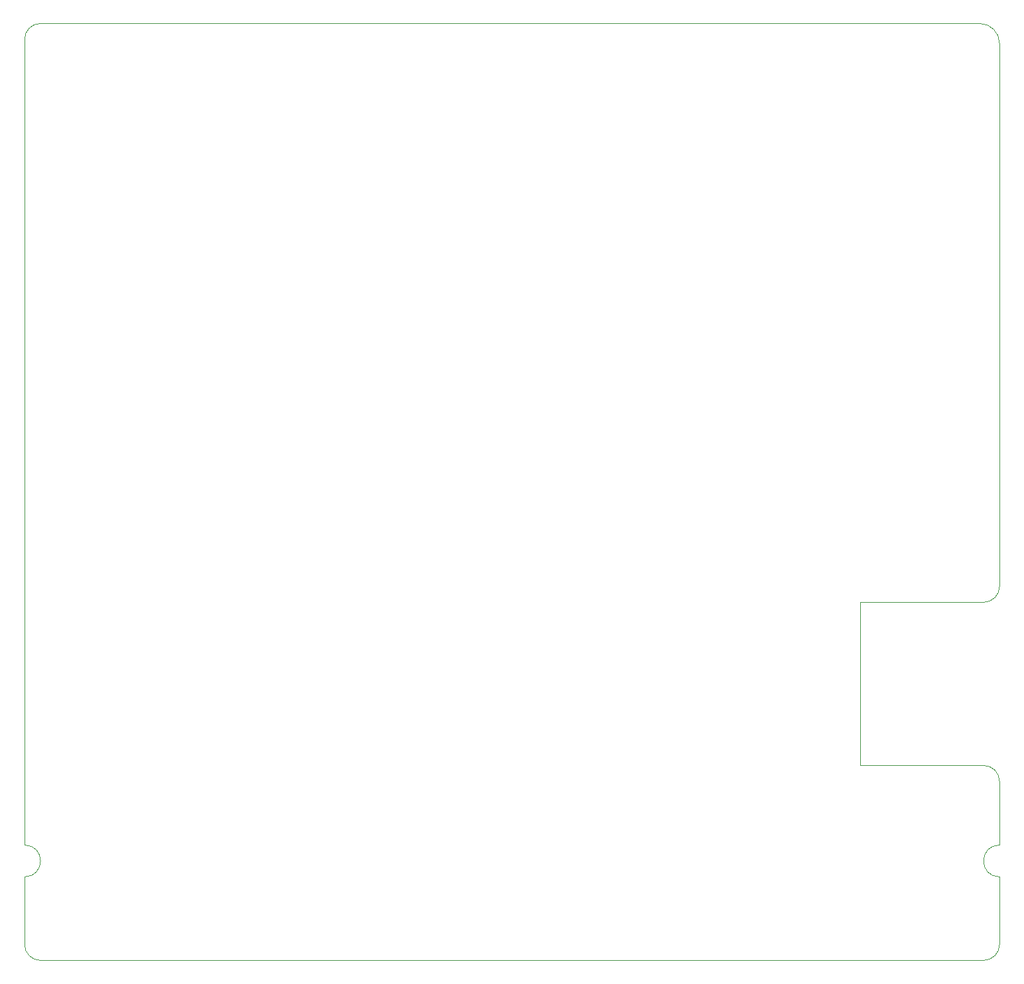
<source format=gbr>
G04 #@! TF.GenerationSoftware,KiCad,Pcbnew,(5.1.4)-1*
G04 #@! TF.CreationDate,2020-12-01T22:34:17-06:00*
G04 #@! TF.ProjectId,ScienceMotorController,53636965-6e63-4654-9d6f-746f72436f6e,rev?*
G04 #@! TF.SameCoordinates,Original*
G04 #@! TF.FileFunction,Profile,NP*
%FSLAX46Y46*%
G04 Gerber Fmt 4.6, Leading zero omitted, Abs format (unit mm)*
G04 Created by KiCad (PCBNEW (5.1.4)-1) date 2020-12-01 22:34:17*
%MOMM*%
%LPD*%
G04 APERTURE LIST*
%ADD10C,0.050000*%
G04 APERTURE END LIST*
D10*
X34544000Y-41402000D02*
X34544000Y-44450000D01*
X159004000Y-41910000D02*
X159004000Y-44958000D01*
X156464000Y-39370000D02*
X156210000Y-39370000D01*
X156464000Y-39370000D02*
G75*
G02X159004000Y-41910000I0J-2540000D01*
G01*
X159004000Y-49022000D02*
X159004000Y-44958000D01*
X141478000Y-39370000D02*
X156210000Y-39370000D01*
X130810000Y-39370000D02*
X141478000Y-39370000D01*
X119888000Y-39370000D02*
X130810000Y-39370000D01*
X109728000Y-39370000D02*
X119888000Y-39370000D01*
X99822000Y-39370000D02*
X109728000Y-39370000D01*
X87630000Y-39370000D02*
X99822000Y-39370000D01*
X75946000Y-39370000D02*
X87630000Y-39370000D01*
X67818000Y-39370000D02*
X75946000Y-39370000D01*
X63246000Y-39370000D02*
X67818000Y-39370000D01*
X48006000Y-39370000D02*
X63246000Y-39370000D01*
X36576000Y-39370000D02*
X48006000Y-39370000D01*
X34544000Y-41402000D02*
G75*
G02X36576000Y-39370000I2032000J0D01*
G01*
X159004000Y-49022000D02*
X159004000Y-49022000D01*
X159004000Y-77724000D02*
X159004000Y-49022000D01*
X34544000Y-77724000D02*
X34544000Y-44450000D01*
X34544000Y-144272000D02*
X34544000Y-77724000D01*
X34544000Y-144272000D02*
G75*
G02X34544000Y-148336000I0J-2032000D01*
G01*
X34544000Y-156972000D02*
X34544000Y-148336000D01*
X36576000Y-159004000D02*
G75*
G02X34544000Y-156972000I0J2032000D01*
G01*
X159004000Y-111252000D02*
X159004000Y-77724000D01*
X159004000Y-111252000D02*
G75*
G02X156972000Y-113284000I-2032000J0D01*
G01*
X141224000Y-113284000D02*
X156972000Y-113284000D01*
X141224000Y-134112000D02*
X141224000Y-113284000D01*
X156972000Y-134112000D02*
X141224000Y-134112000D01*
X156972000Y-134112000D02*
G75*
G02X159004000Y-136144000I0J-2032000D01*
G01*
X159004000Y-144272000D02*
X159004000Y-136144000D01*
X159004000Y-148336000D02*
G75*
G02X159004000Y-144272000I0J2032000D01*
G01*
X159004000Y-156972000D02*
X159004000Y-148336000D01*
X159004000Y-156972000D02*
G75*
G02X156972000Y-159004000I-2032000J0D01*
G01*
X36576000Y-159004000D02*
X156972000Y-159004000D01*
M02*

</source>
